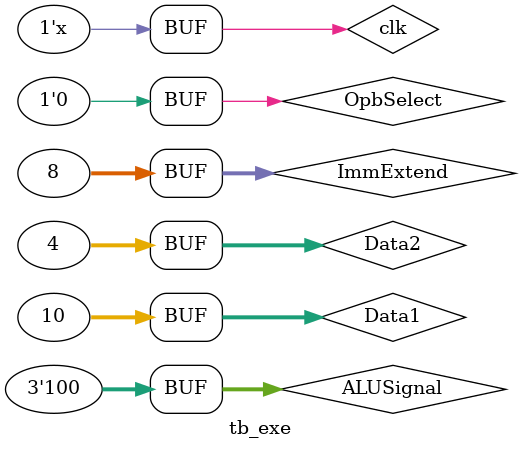
<source format=sv>
`timescale 1 ps/ 1 ps
module tb_exe();

logic [31:0] ImmExtend, Data2, Data1;
logic [2:0] ALUSignal;
logic OpbSelect, clk;

logic [31:0] ALUResult;
			
			
EXE exep(ImmExtend, Data2, Data1, ALUSignal, OpbSelect, ALUResult);

						
initial begin 

	clk =0;
	ImmExtend = 32'd8;
	ALUSignal = 3'b000;
	Data1 = 32'd0;
	Data2 = 32'd8;
	OpbSelect = 1'b1;


	#5
	
	ImmExtend = 32'd8;
	ALUSignal = 3'b100;
	Data1 = 32'd10;
	Data2 = 32'd4;
	OpbSelect = 1'b0;

end
always 
	#5 clk <= !clk;

endmodule
</source>
